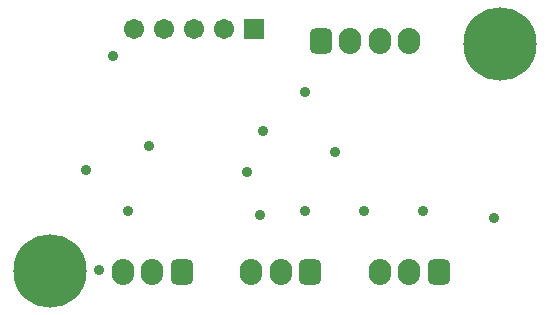
<source format=gbs>
G04*
G04 #@! TF.GenerationSoftware,Altium Limited,Altium Designer,21.2.2 (38)*
G04*
G04 Layer_Color=16711935*
%FSLAX25Y25*%
%MOIN*%
G70*
G04*
G04 #@! TF.SameCoordinates,6DF736DA-586D-4ED0-A9E8-28D565D663F1*
G04*
G04*
G04 #@! TF.FilePolarity,Negative*
G04*
G01*
G75*
G04:AMPARAMS|DCode=34|XSize=74.93mil|YSize=86.74mil|CornerRadius=20.73mil|HoleSize=0mil|Usage=FLASHONLY|Rotation=180.000|XOffset=0mil|YOffset=0mil|HoleType=Round|Shape=RoundedRectangle|*
%AMROUNDEDRECTD34*
21,1,0.07493,0.04528,0,0,180.0*
21,1,0.03347,0.08674,0,0,180.0*
1,1,0.04146,-0.01673,0.02264*
1,1,0.04146,0.01673,0.02264*
1,1,0.04146,0.01673,-0.02264*
1,1,0.04146,-0.01673,-0.02264*
%
%ADD34ROUNDEDRECTD34*%
%ADD35O,0.07493X0.08674*%
%ADD36C,0.06706*%
%ADD37R,0.06706X0.06706*%
%ADD38C,0.24422*%
%ADD39C,0.03556*%
D34*
X141685Y12000D02*
D03*
X56000D02*
D03*
X102315Y89000D02*
D03*
X98843Y12000D02*
D03*
D35*
X131843D02*
D03*
X122000D02*
D03*
X46158D02*
D03*
X36315D02*
D03*
X131843Y89000D02*
D03*
X122000D02*
D03*
X112157D02*
D03*
X79158Y12000D02*
D03*
X89000D02*
D03*
D36*
X40000Y93000D02*
D03*
X50000D02*
D03*
X60000D02*
D03*
X70000D02*
D03*
D37*
X80000D02*
D03*
D38*
X12000Y12500D02*
D03*
X162000Y88000D02*
D03*
D39*
X77736Y45357D02*
D03*
X33000Y84000D02*
D03*
X82000Y31000D02*
D03*
X24000Y46000D02*
D03*
X136543Y32591D02*
D03*
X107016Y52276D02*
D03*
X116858Y32591D02*
D03*
X97173Y71961D02*
D03*
Y32591D02*
D03*
X38118D02*
D03*
X28276Y12905D02*
D03*
X45000Y54000D02*
D03*
X83000Y59000D02*
D03*
X160000Y30000D02*
D03*
M02*

</source>
